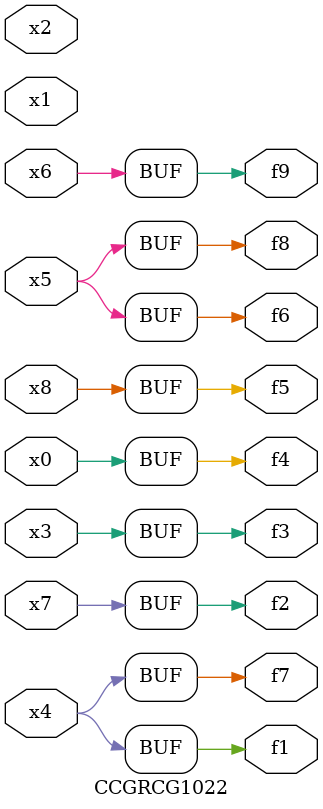
<source format=v>
module CCGRCG1022(
	input x0, x1, x2, x3, x4, x5, x6, x7, x8,
	output f1, f2, f3, f4, f5, f6, f7, f8, f9
);
	assign f1 = x4;
	assign f2 = x7;
	assign f3 = x3;
	assign f4 = x0;
	assign f5 = x8;
	assign f6 = x5;
	assign f7 = x4;
	assign f8 = x5;
	assign f9 = x6;
endmodule

</source>
